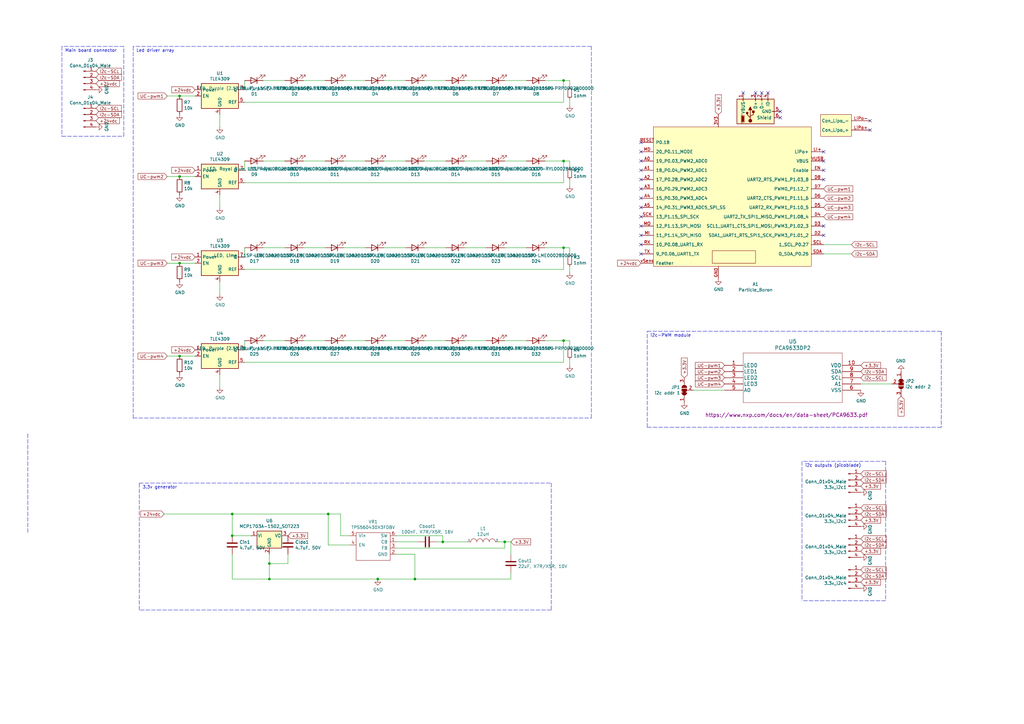
<source format=kicad_sch>
(kicad_sch (version 20231120) (generator "eeschema") (generator_version "8.0")
  (paper "A3")
  (title_block (title "Horticulture LED") (date "2021-06-15") (rev "3.4.0") (company "Horticulture project"))
  (lib_symbols
    (symbol "Connector:Conn_01x04_Male" (pin_names (offset 1.016) hide)
      (property "Reference" "J" (at 0 5.08 0))
      (property "Value" "Conn_01x04_Male" (at 0 -7.62 0))
      (symbol "Conn_01x04_Male_1_1"
        (pin passive line (at 5.08 2.54 180) (length 3.81) (name "Pin_1") (number "1"))
        (pin passive line (at 5.08 0 180) (length 3.81) (name "Pin_2") (number "2"))
        (pin passive line (at 5.08 -2.54 180) (length 3.81) (name "Pin_3") (number "3"))
        (pin passive line (at 5.08 -5.08 180) (length 3.81) (name "Pin_4") (number "4"))
      )
    )
    (symbol "Device:C" (pin_numbers hide) (pin_names (offset 0.254))
      (property "Reference" "C" (at 0.635 2.54 0))
      (property "Value" "C" (at 0.635 -2.54 0))
      (symbol "C_1_1"
        (pin passive line (at 0 3.81 270) (length 2.794) (name "~") (number "1"))
        (pin passive line (at 0 -3.81 90) (length 2.794) (name "~") (number "2"))
      )
    )
    (symbol "Device:R" (pin_numbers hide) (pin_names (offset 0))
      (property "Reference" "R" (at 2.032 0 90))
      (property "Value" "R" (at 0 0 90))
      (symbol "R_1_1"
        (pin passive line (at 0 3.81 270) (length 1.27) (name "~") (number "1"))
        (pin passive line (at 0 -3.81 90) (length 1.27) (name "~") (number "2"))
      )
    )
    (symbol "Horticulture-rescue:GND-power-test-rescue" (power) (pin_names (offset 0))
      (property "Value" "GND-power-test-rescue" (at 0 -3.81 0))
      (symbol "GND-power-test-rescue_1_1"
        (pin power_in line (at 0 0 270) (length 0) hide (name "GND") (number "1"))
      )
    )
    (symbol "Horticulture-rescue:LED-Device-test-rescue" (pin_numbers hide) (pin_names (offset 1.016) hide)
      (property "Reference" "D" (at 0 2.54 0))
      (property "Value" "LED-Device-test-rescue" (at 0 -2.54 0))
      (symbol "LED-Device-test-rescue_1_1"
        (pin passive line (at -3.81 0 0) (length 2.54) (name "K") (number "1"))
        (pin passive line (at 3.81 0 180) (length 2.54) (name "A") (number "2"))
      )
    )
    (symbol "Horticulture-rescue:R_Small-Device-test-rescue" (pin_numbers hide) (pin_names (offset 0.254) hide)
      (property "Reference" "R" (at 0.762 0.508 0))
      (property "Value" "R_Small-Device-test-rescue" (at 0.762 -1.016 0))
      (symbol "R_Small-Device-test-rescue_1_1"
        (pin passive line (at 0 2.54 270) (length 0.762) (name "~") (number "1"))
        (pin passive line (at 0 -2.54 90) (length 0.762) (name "~") (number "2"))
      )
    )
    (symbol "Horticulture-rescue:TLE4309-Driver_LED-test-rescue"
      (property "Reference" "U" (at -7.62 6.35 0))
      (property "Value" "TLE4309-Driver_LED-test-rescue" (at 7.62 6.35 0))
      (symbol "TLE4309-Driver_LED-test-rescue_1_0"
        (pin power_in line (at -10.16 2.54 0) (length 2.54) (name "Power") (number "1"))
        (pin input line (at -10.16 0 0) (length 2.54) (name "EN") (number "2"))
        (pin power_in line (at 0 -7.62 90) (length 2.54) (name "GND") (number "4"))
        (pin input line (at 10.16 -2.54 180) (length 2.54) (name "REF") (number "5"))
        (pin power_out line (at 10.16 2.54 180) (length 2.54) (name "Q") (number "7"))
      )
    )
    (symbol "Horticulture-rescue:TPS560430X3FDBV-Regulator_Switching" (pin_names (offset 1.016))
      (property "Reference" "VR" (at 0 0 0))
      (property "Value" "TPS560430X3FDBV-Regulator_Switching" (at 0 2.54 0))
      (symbol "TPS560430X3FDBV-Regulator_Switching_1_1"
        (pin input line (at 8.89 -5.08 180) (length 2.54) (name "CB") (number "1"))
        (pin input line (at 8.89 -10.16 180) (length 2.54) (name "GND") (number "2"))
        (pin input line (at 8.89 -7.62 180) (length 2.54) (name "FB") (number "3"))
        (pin input line (at -10.16 -6.35 0) (length 2.54) (name "EN") (number "4"))
        (pin input line (at -10.16 -2.54 0) (length 2.54) (name "Vin") (number "5"))
        (pin input line (at 8.89 -2.54 180) (length 2.54) (name "SW") (number "6"))
      )
    )
    (symbol "Horticulture-rescue:nrf-led-feather-rescue_PCA9633DP2-i2c-led-feather-cache" (pin_names (offset 0.254))
      (property "Reference" "U" (at 27.94 10.16 0))
      (property "Value" "nrf-led-feather-rescue_PCA9633DP2-i2c-led-feather-cache" (at 27.94 7.62 0))
      (symbol "nrf-led-feather-rescue_PCA9633DP2-i2c-led-feather-cache_1_1"
        (pin unspecified line (at 0 0 0) (length 7.62) (name "LED0") (number "1"))
        (pin unspecified line (at 55.88 0 180) (length 7.62) (name "VDD") (number "10"))
        (pin unspecified line (at 0 -2.54 0) (length 7.62) (name "LED1") (number "2"))
        (pin unspecified line (at 0 -5.08 0) (length 7.62) (name "LED2") (number "3"))
        (pin unspecified line (at 0 -7.62 0) (length 7.62) (name "LED3") (number "4"))
        (pin unspecified line (at 0 -10.16 0) (length 7.62) (name "A0") (number "5"))
        (pin unspecified line (at 55.88 -10.16 180) (length 7.62) (name "VSS") (number "6"))
        (pin unspecified line (at 55.88 -7.62 180) (length 7.62) (name "A1") (number "7"))
        (pin unspecified line (at 55.88 -5.08 180) (length 7.62) (name "SCL") (number "8"))
        (pin unspecified line (at 55.88 -2.54 180) (length 7.62) (name "SDA") (number "9"))
      )
    )
    (symbol "Jumper:SolderJumper_3_Bridged12" (pin_names (offset 0) hide)
      (property "Reference" "JP" (at -2.54 -2.54 0))
      (property "Value" "SolderJumper_3_Bridged12" (at 0 2.794 0))
      (symbol "SolderJumper_3_Bridged12_1_1"
        (pin passive line (at -5.08 0 0) (length 2.54) (name "A") (number "1"))
        (pin passive line (at 0 -3.81 90) (length 2.54) (name "C") (number "2"))
        (pin passive line (at 5.08 0 180) (length 2.54) (name "B") (number "3"))
      )
    )
    (symbol "Regulator_Linear:MCP1703A-1502_SOT223" (pin_names (offset 0.254))
      (property "Reference" "U" (at -3.81 3.175 0))
      (property "Value" "MCP1703A-1502_SOT223" (at 0 3.175 0))
      (symbol "MCP1703A-1502_SOT223_1_1"
        (pin power_in line (at -7.62 0 0) (length 2.54) (name "VI") (number "1"))
        (pin power_in line (at 0 -7.62 90) (length 2.54) (name "GND") (number "2"))
        (pin power_out line (at 7.62 0 180) (length 2.54) (name "VO") (number "3"))
      )
    )
    (symbol "particle:Particle_Boron" (pin_names (offset 1.016))
      (property "Reference" "A" (at -21.59 29.21 0))
      (property "Value" "Particle_Boron" (at 1.27 -27.94 0))
      (symbol "Particle_Boron_1_1"
        (pin power_out line (at 5.08 39.37 270) (length 2.54) (name "VBUS") (number "1"))
        (pin passive line (at 12.7 39.37 270) (length 2.54) (name "D-") (number "2"))
        (pin passive line (at 10.16 39.37 270) (length 2.54) (name "D+") (number "3"))
        (pin power_in line (at -5.08 30.48 270) (length 5.08) (name "~") (number "3V3"))
        (pin passive line (at 15.24 39.37 270) (length 2.54) (name "ID") (number "4"))
        (pin power_out line (at 20.32 31.75 180) (length 2.54) (name "GND") (number "5"))
        (pin passive line (at 20.32 29.21 180) (length 2.54) (name "Shield") (number "6"))
        (pin bidirectional line (at -36.83 11.43 0) (length 5.08) (name "19_P0.03_PWM2_ADC0") (number "A0"))
        (pin bidirectional line (at -36.83 7.62 0) (length 5.08) (name "18_P0.04_PWM2_ADC1") (number "A1"))
        (pin bidirectional line (at -36.83 3.81 0) (length 5.08) (name "17_P0.28_PWM2_ADC2") (number "A2"))
        (pin bidirectional line (at -36.83 0 0) (length 5.08) (name "16_P0.29_PWM2_ADC3") (number "A3"))
        (pin bidirectional line (at -36.83 -3.81 0) (length 5.08) (name "15_P0.30_PWM3_ADC4") (number "A4"))
        (pin bidirectional line (at -36.83 -7.62 0) (length 5.08) (name "14_P0.31_PWM3_ADC5_SPI_SS") (number "A5"))
        (pin bidirectional line (at 38.1 -19.05 180) (length 5.08) (name "SDA1_UART1_RTS_SPI1_SCK_PWM3_P1.01_2") (number "D2"))
        (pin bidirectional line (at 38.1 -15.24 180) (length 5.08) (name "SCL1_UART1_CTS_SPI1_MOSI_PWM3_P1.02_3") (number "D3"))
        (pin bidirectional line (at 38.1 -11.43 180) (length 5.08) (name "UART2_TX_SPI1_MISO_PWM1_P1.08_4") (number "D4"))
        (pin bidirectional line (at 38.1 -7.62 180) (length 5.08) (name "UART2_RX_PWM1_P1.10_5") (number "D5"))
        (pin bidirectional line (at 38.1 -3.81 180) (length 5.08) (name "UART2_CTS_PWM1_P1.11_6") (number "D6"))
        (pin bidirectional line (at 38.1 0 180) (length 5.08) (name "PWM0_P1.12_7") (number "D7"))
        (pin bidirectional line (at 38.1 3.81 180) (length 5.08) (name "UART2_RTS_PWM1_P1.03_8") (number "D8"))
        (pin passive line (at 38.1 7.62 180) (length 5.08) (name "Enable") (number "EN"))
        (pin power_in line (at -5.08 -36.83 90) (length 5.08) (name "~") (number "GND"))
        (pin power_in line (at 38.1 15.24 180) (length 5.08) (name "LiPo+") (number "LI+"))
        (pin passive line (at 57.15 24.13 180) (length 7.62) (name "Con_Lipo_+") (number "LiPo+"))
        (pin passive line (at 57.15 27.94 180) (length 7.62) (name "Con_Lipo_-") (number "LiPo-"))
        (pin passive line (at -36.83 15.24 0) (length 5.08) (name "20_P0.11_MODE") (number "MD"))
        (pin bidirectional line (at -36.83 -19.05 0) (length 5.08) (name "11_P1.14_SPI_MISO") (number "MI"))
        (pin bidirectional line (at -36.83 -15.24 0) (length 5.08) (name "12_P1.13_SPI_MOSI") (number "MO"))
        (pin passive line (at -36.83 19.05 0) (length 5.08) (name "P0.18") (number "RESET"))
        (pin input line (at -36.83 -22.86 0) (length 5.08) (name "10_P0.08_UART1_RX") (number "RX"))
        (pin bidirectional line (at -36.83 -11.43 0) (length 5.08) (name "13_P1.15_SPI_SCK") (number "SCK"))
        (pin bidirectional line (at 38.1 -22.86 180) (length 5.08) (name "1_SCL_P0.27") (number "SCL"))
        (pin bidirectional line (at 38.1 -26.67 180) (length 5.08) (name "0_SDA_P0.26") (number "SDA"))
        (pin output line (at -36.83 -26.67 0) (length 5.08) (name "9_P0.06_UART1_TX") (number "TX"))
        (pin power_in line (at 38.1 11.43 180) (length 5.08) (name "VBUS") (number "VUSB"))
        (pin input line (at -36.83 -30.48 0) (length 5.08) (name "Feather") (number "vSens"))
      )
    )
    (symbol "power:GND" (power) (pin_names (offset 0))
      (property "Value" "GND" (at 0 -3.81 0))
      (symbol "GND_1_1"
        (pin power_in line (at 0 0 270) (length 0) hide (name "GND") (number "1"))
      )
    )
    (symbol "pspice:INDUCTOR" (pin_numbers hide) (pin_names (offset 0))
      (property "Reference" "L" (at 0 2.54 0))
      (property "Value" "INDUCTOR" (at 0 -1.27 0))
      (symbol "INDUCTOR_1_1"
        (pin input line (at -6.35 0 0) (length 1.27) (name "1") (number "1"))
        (pin input line (at 6.35 0 180) (length 1.27) (name "2") (number "2"))
      )
    )
  )
  (junction (at 170.18 237.49))
  (junction (at 231.14 33.02))
  (junction (at 73.66 39.37))
  (junction (at 231.14 66.04))
  (junction (at 73.66 146.05))
  (junction (at 231.14 139.7))
  (junction (at 95.25 219.71))
  (junction (at 73.66 107.95))
  (junction (at 95.25 210.82))
  (junction (at 207.01 222.25))
  (junction (at 231.14 101.6))
  (junction (at 134.62 210.82))
  (junction (at 73.66 72.39))
  (junction (at 110.49 237.49))
  (junction (at 181.61 222.25))
  (junction (at 110.49 231.14))
  (junction (at 154.94 237.49))
  (no_connect (at 312.42 38.1))
  (no_connect (at 262.89 66.04))
  (no_connect (at 262.89 73.66))
  (no_connect (at 262.89 92.71))
  (no_connect (at 337.82 69.85))
  (no_connect (at 320.04 48.26))
  (no_connect (at 337.82 66.04))
  (no_connect (at 337.82 92.71))
  (no_connect (at 320.04 45.72))
  (no_connect (at 262.89 85.09))
  (no_connect (at 262.89 88.9))
  (no_connect (at 337.82 62.23))
  (no_connect (at 262.89 100.33))
  (no_connect (at 309.88 38.1))
  (no_connect (at 262.89 62.23))
  (no_connect (at 262.89 96.52))
  (no_connect (at 356.87 53.34))
  (no_connect (at 304.8 38.1))
  (no_connect (at 337.82 73.66))
  (no_connect (at 262.89 104.14))
  (no_connect (at 314.96 38.1))
  (no_connect (at 356.87 49.53))
  (no_connect (at 337.82 96.52))
  (no_connect (at 262.89 77.47))
  (no_connect (at 262.89 69.85))
  (no_connect (at 262.89 58.42))
  (no_connect (at 262.89 81.28))
  (wire (pts (xy 100.33 143.51) (xy 100.33 139.7)))
  (polyline (pts (xy 363.22 246.38) (xy 328.93 246.38)) (stroke (width 0) (type dash)))
  (wire (pts (xy 231.14 33.02) (xy 233.68 33.02)))
  (wire (pts (xy 231.14 66.04) (xy 233.68 66.04)))
  (polyline (pts (xy 50.8 19.05) (xy 25.4 19.05)) (stroke (width 0) (type dash)))
  (wire (pts (xy 139.7 219.71) (xy 139.7 210.82)))
  (wire (pts (xy 170.18 237.49) (xy 209.55 237.49)))
  (wire (pts (xy 73.66 107.95) (xy 68.58 107.95)))
  (wire (pts (xy 102.87 219.71) (xy 95.25 219.71)))
  (wire (pts (xy 100.33 110.49) (xy 231.14 110.49)))
  (wire (pts (xy 100.33 69.85) (xy 100.33 66.04)))
  (wire (pts (xy 95.25 210.82) (xy 134.62 210.82)))
  (wire (pts (xy 233.68 109.22) (xy 233.68 111.76)))
  (polyline (pts (xy 11.43 218.44) (xy 11.43 177.8)) (stroke (width 0) (type dash)))
  (wire (pts (xy 73.66 39.37) (xy 68.58 39.37)))
  (wire (pts (xy 231.14 110.49) (xy 231.14 101.6)))
  (wire (pts (xy 231.14 74.93) (xy 231.14 66.04)))
  (wire (pts (xy 190.5 66.04) (xy 199.39 66.04)))
  (wire (pts (xy 100.33 148.59) (xy 231.14 148.59)))
  (wire (pts (xy 90.17 115.57) (xy 90.17 120.65)))
  (wire (pts (xy 337.82 104.14) (xy 349.25 104.14)))
  (polyline (pts (xy 242.57 19.05) (xy 54.61 19.05)) (stroke (width 0) (type dash)))
  (wire (pts (xy 233.68 101.6) (xy 233.68 104.14)))
  (wire (pts (xy 179.07 222.25) (xy 181.61 222.25)))
  (polyline (pts (xy 386.08 175.26) (xy 265.43 175.26)) (stroke (width 0) (type dash)))
  (wire (pts (xy 190.5 33.02) (xy 199.39 33.02)))
  (polyline (pts (xy 25.4 55.88) (xy 50.8 55.88)) (stroke (width 0) (type dash)))
  (wire (pts (xy 233.68 139.7) (xy 233.68 142.24)))
  (wire (pts (xy 133.35 101.6) (xy 124.46 101.6)))
  (wire (pts (xy 80.01 72.39) (xy 73.66 72.39)))
  (wire (pts (xy 118.11 231.14) (xy 110.49 231.14)))
  (wire (pts (xy 162.56 227.33) (xy 170.18 227.33)))
  (wire (pts (xy 181.61 219.71) (xy 181.61 222.25)))
  (wire (pts (xy 223.52 33.02) (xy 231.14 33.02)))
  (wire (pts (xy 233.68 73.66) (xy 233.68 76.2)))
  (wire (pts (xy 162.56 222.25) (xy 171.45 222.25)))
  (wire (pts (xy 67.31 210.82) (xy 95.25 210.82)))
  (wire (pts (xy 118.11 227.33) (xy 118.11 231.14)))
  (wire (pts (xy 149.86 101.6) (xy 140.97 101.6)))
  (wire (pts (xy 207.01 139.7) (xy 215.9 139.7)))
  (polyline (pts (xy 265.43 175.26) (xy 265.43 135.89)) (stroke (width 0) (type dash)))
  (polyline (pts (xy 54.61 171.45) (xy 242.57 171.45)) (stroke (width 0) (type dash)))
  (wire (pts (xy 80.01 146.05) (xy 73.66 146.05)))
  (polyline (pts (xy 242.57 171.45) (xy 242.57 19.05)) (stroke (width 0) (type dash)))
  (wire (pts (xy 140.97 33.02) (xy 149.86 33.02)))
  (wire (pts (xy 207.01 66.04) (xy 215.9 66.04)))
  (polyline (pts (xy 363.22 189.23) (xy 363.22 246.38)) (stroke (width 0) (type dash)))
  (wire (pts (xy 90.17 46.99) (xy 90.17 52.07)))
  (polyline (pts (xy 57.15 250.19) (xy 57.15 198.12)) (stroke (width 0) (type dash)))
  (wire (pts (xy 337.82 100.33) (xy 349.25 100.33)))
  (wire (pts (xy 95.25 210.82) (xy 95.25 219.71)))
  (wire (pts (xy 124.46 33.02) (xy 133.35 33.02)))
  (wire (pts (xy 143.51 219.71) (xy 139.7 219.71)))
  (wire (pts (xy 157.48 139.7) (xy 166.37 139.7)))
  (wire (pts (xy 154.94 237.49) (xy 170.18 237.49)))
  (wire (pts (xy 157.48 33.02) (xy 166.37 33.02)))
  (wire (pts (xy 233.68 40.64) (xy 233.68 43.18)))
  (polyline (pts (xy 265.43 135.89) (xy 386.08 135.89)) (stroke (width 0) (type dash)))
  (wire (pts (xy 233.68 33.02) (xy 233.68 35.56)))
  (wire (pts (xy 365.76 157.48) (xy 353.06 157.48)))
  (polyline (pts (xy 328.93 189.23) (xy 328.93 246.38)) (stroke (width 0) (type dash)))
  (wire (pts (xy 100.33 105.41) (xy 100.33 101.6)))
  (wire (pts (xy 100.33 41.91) (xy 231.14 41.91)))
  (wire (pts (xy 157.48 66.04) (xy 166.37 66.04)))
  (wire (pts (xy 162.56 224.79) (xy 207.01 224.79)))
  (wire (pts (xy 100.33 36.83) (xy 100.33 33.02)))
  (wire (pts (xy 73.66 72.39) (xy 68.58 72.39)))
  (wire (pts (xy 107.95 139.7) (xy 116.84 139.7)))
  (wire (pts (xy 124.46 139.7) (xy 133.35 139.7)))
  (wire (pts (xy 223.52 66.04) (xy 231.14 66.04)))
  (polyline (pts (xy 226.06 198.12) (xy 226.06 250.19)) (stroke (width 0) (type dash)))
  (wire (pts (xy 231.14 101.6) (xy 233.68 101.6)))
  (wire (pts (xy 284.48 160.02) (xy 297.18 160.02)))
  (wire (pts (xy 110.49 231.14) (xy 110.49 237.49)))
  (wire (pts (xy 181.61 222.25) (xy 191.77 222.25)))
  (polyline (pts (xy 25.4 19.05) (xy 25.4 55.88)) (stroke (width 0) (type dash)))
  (wire (pts (xy 223.52 139.7) (xy 231.14 139.7)))
  (wire (pts (xy 209.55 237.49) (xy 209.55 234.95)))
  (polyline (pts (xy 363.22 189.23) (xy 328.93 189.23)) (stroke (width 0) (type dash)))
  (wire (pts (xy 173.99 139.7) (xy 182.88 139.7)))
  (wire (pts (xy 162.56 219.71) (xy 181.61 219.71)))
  (wire (pts (xy 110.49 227.33) (xy 110.49 231.14)))
  (wire (pts (xy 95.25 237.49) (xy 110.49 237.49)))
  (wire (pts (xy 223.52 101.6) (xy 231.14 101.6)))
  (polyline (pts (xy 386.08 135.89) (xy 386.08 175.26)) (stroke (width 0) (type dash)))
  (wire (pts (xy 209.55 222.25) (xy 209.55 227.33)))
  (wire (pts (xy 107.95 33.02) (xy 116.84 33.02)))
  (wire (pts (xy 204.47 222.25) (xy 207.01 222.25)))
  (wire (pts (xy 100.33 74.93) (xy 231.14 74.93)))
  (wire (pts (xy 231.14 41.91) (xy 231.14 33.02)))
  (wire (pts (xy 207.01 33.02) (xy 215.9 33.02)))
  (wire (pts (xy 107.95 66.04) (xy 116.84 66.04)))
  (wire (pts (xy 231.14 139.7) (xy 233.68 139.7)))
  (wire (pts (xy 190.5 139.7) (xy 199.39 139.7)))
  (polyline (pts (xy 226.06 250.19) (xy 57.15 250.19)) (stroke (width 0) (type dash)))
  (wire (pts (xy 207.01 222.25) (xy 209.55 222.25)))
  (wire (pts (xy 134.62 223.52) (xy 143.51 223.52)))
  (wire (pts (xy 182.88 101.6) (xy 173.99 101.6)))
  (wire (pts (xy 233.68 66.04) (xy 233.68 68.58)))
  (wire (pts (xy 90.17 153.67) (xy 90.17 158.75)))
  (wire (pts (xy 124.46 66.04) (xy 133.35 66.04)))
  (wire (pts (xy 170.18 227.33) (xy 170.18 237.49)))
  (wire (pts (xy 134.62 210.82) (xy 134.62 223.52)))
  (wire (pts (xy 140.97 139.7) (xy 149.86 139.7)))
  (polyline (pts (xy 54.61 19.05) (xy 54.61 171.45)) (stroke (width 0) (type dash)))
  (wire (pts (xy 207.01 224.79) (xy 207.01 222.25)))
  (wire (pts (xy 90.17 80.01) (xy 90.17 85.09)))
  (wire (pts (xy 73.66 146.05) (xy 68.58 146.05)))
  (wire (pts (xy 173.99 66.04) (xy 182.88 66.04)))
  (wire (pts (xy 80.01 39.37) (xy 73.66 39.37)))
  (wire (pts (xy 215.9 101.6) (xy 207.01 101.6)))
  (wire (pts (xy 166.37 101.6) (xy 157.48 101.6)))
  (wire (pts (xy 173.99 33.02) (xy 182.88 33.02)))
  (polyline (pts (xy 57.15 198.12) (xy 226.06 198.12)) (stroke (width 0) (type dash)))
  (wire (pts (xy 233.68 147.32) (xy 233.68 149.86)))
  (wire (pts (xy 231.14 148.59) (xy 231.14 139.7)))
  (polyline (pts (xy 50.8 55.88) (xy 50.8 19.05)) (stroke (width 0) (type dash)))
  (wire (pts (xy 110.49 237.49) (xy 154.94 237.49)))
  (wire (pts (xy 139.7 210.82) (xy 134.62 210.82)))
  (wire (pts (xy 80.01 107.95) (xy 73.66 107.95)))
  (wire (pts (xy 199.39 101.6) (xy 190.5 101.6)))
  (wire (pts (xy 95.25 237.49) (xy 95.25 227.33)))
  (wire (pts (xy 116.84 101.6) (xy 107.95 101.6)))
  (wire (pts (xy 140.97 66.04) (xy 149.86 66.04)))
  (text "i2c-PWM module" (at 266.7 138.43 0) (effects (font (size 1.27 1.27)) (justify left bottom)))
  (text "Main board connector" (at 26.67 21.59 0) (effects (font (size 1.27 1.27)) (justify left bottom)))
  (text "i2c outputs (picoblade)" (at 330.2 191.77 0) (effects (font (size 1.27 1.27)) (justify left bottom)))
  (text "3.3v generator" (at 58.42 200.66 0) (effects (font (size 1.27 1.27)) (justify left bottom)))
  (text "Led driver array" (at 55.88 21.59 0) (effects (font (size 1.27 1.27)) (justify left bottom)))
  (global_label "I2c-SDA" (shape input) (at 353.06 210.82 0) (property "Intersheetrefs" "${INTERSHEET_REFS}" (effects (hide yes))))
  (global_label "UC-pwm4" (shape input) (at 68.58 146.05 180) (property "Intersheetrefs" "${INTERSHEET_REFS}" (effects (hide yes))))
  (global_label "I2c-SCL" (shape input) (at 353.06 220.98 0) (property "Intersheetrefs" "${INTERSHEET_REFS}" (effects (hide yes))))
  (global_label "UC-pwm3" (shape input) (at 68.58 107.95 180) (property "Intersheetrefs" "${INTERSHEET_REFS}" (effects (hide yes))))
  (global_label "+24vdc" (shape input) (at 80.01 36.83 180) (property "Intersheetrefs" "${INTERSHEET_REFS}" (effects (hide yes))))
  (global_label "I2c-SDA" (shape input) (at 353.06 236.22 0) (property "Intersheetrefs" "${INTERSHEET_REFS}" (effects (hide yes))))
  (global_label "I2c-SDA" (shape input) (at 349.25 104.14 0) (property "Intersheetrefs" "${INTERSHEET_REFS}" (effects (hide yes))))
  (global_label "+24vdc" (shape input) (at 80.01 69.85 180) (property "Intersheetrefs" "${INTERSHEET_REFS}" (effects (hide yes))))
  (global_label "UC-pwm3" (shape input) (at 297.18 154.94 180) (property "Intersheetrefs" "${INTERSHEET_REFS}" (effects (hide yes))))
  (global_label "+24vdc" (shape input) (at 39.37 49.53 0) (property "Intersheetrefs" "${INTERSHEET_REFS}" (effects (hide yes))))
  (global_label "+24vdc" (shape input) (at 67.31 210.82 180) (property "Intersheetrefs" "${INTERSHEET_REFS}" (effects (hide yes))))
  (global_label "I2c-SCL" (shape input) (at 39.37 44.45 0) (property "Intersheetrefs" "${INTERSHEET_REFS}" (effects (hide yes))))
  (global_label "UC-pwm1" (shape input) (at 68.58 39.37 180) (property "Intersheetrefs" "${INTERSHEET_REFS}" (effects (hide yes))))
  (global_label "+3.3V" (shape input) (at 369.57 162.56 270) (property "Intersheetrefs" "${INTERSHEET_REFS}" (effects (hide yes))))
  (global_label "UC-pwm4" (shape input) (at 337.82 88.9 0) (property "Intersheetrefs" "${INTERSHEET_REFS}" (effects (hide yes))))
  (global_label "+3.3V" (shape input) (at 353.06 199.39 0) (property "Intersheetrefs" "${INTERSHEET_REFS}" (effects (hide yes))))
  (global_label "I2c-SDA" (shape input) (at 353.06 196.85 0) (property "Intersheetrefs" "${INTERSHEET_REFS}" (effects (hide yes))))
  (global_label "UC-pwm1" (shape input) (at 337.82 77.47 0) (property "Intersheetrefs" "${INTERSHEET_REFS}" (effects (hide yes))))
  (global_label "+24vdc" (shape input) (at 262.89 107.95 180) (property "Intersheetrefs" "${INTERSHEET_REFS}" (effects (hide yes))))
  (global_label "I2c-SDA" (shape input) (at 353.06 152.4 0) (property "Intersheetrefs" "${INTERSHEET_REFS}" (effects (hide yes))))
  (global_label "+3.3V" (shape input) (at 353.06 238.76 0) (property "Intersheetrefs" "${INTERSHEET_REFS}" (effects (hide yes))))
  (global_label "+3.3V" (shape input) (at 353.06 149.86 0) (property "Intersheetrefs" "${INTERSHEET_REFS}" (effects (hide yes))))
  (global_label "I2c-SCL" (shape input) (at 353.06 154.94 0) (property "Intersheetrefs" "${INTERSHEET_REFS}" (effects (hide yes))))
  (global_label "+3.3V" (shape input) (at 209.55 222.25 0) (property "Intersheetrefs" "${INTERSHEET_REFS}" (effects (hide yes))))
  (global_label "I2c-SCL" (shape input) (at 353.06 194.31 0) (property "Intersheetrefs" "${INTERSHEET_REFS}" (effects (hide yes))))
  (global_label "UC-pwm2" (shape input) (at 337.82 81.28 0) (property "Intersheetrefs" "${INTERSHEET_REFS}" (effects (hide yes))))
  (global_label "I2c-SDA" (shape input) (at 353.06 223.52 0) (property "Intersheetrefs" "${INTERSHEET_REFS}" (effects (hide yes))))
  (global_label "I2c-SCL" (shape input) (at 39.37 29.21 0) (property "Intersheetrefs" "${INTERSHEET_REFS}" (effects (hide yes))))
  (global_label "I2c-SCL" (shape input) (at 353.06 233.68 0) (property "Intersheetrefs" "${INTERSHEET_REFS}" (effects (hide yes))))
  (global_label "+3.3V" (shape input) (at 280.67 154.94 90) (property "Intersheetrefs" "${INTERSHEET_REFS}" (effects (hide yes))))
  (global_label "I2c-SDA" (shape input) (at 39.37 31.75 0) (property "Intersheetrefs" "${INTERSHEET_REFS}" (effects (hide yes))))
  (global_label "+3.3V" (shape input) (at 353.06 213.36 0) (property "Intersheetrefs" "${INTERSHEET_REFS}" (effects (hide yes))))
  (global_label "I2c-SCL" (shape input) (at 353.06 208.28 0) (property "Intersheetrefs" "${INTERSHEET_REFS}" (effects (hide yes))))
  (global_label "UC-pwm1" (shape input) (at 297.18 149.86 180) (property "Intersheetrefs" "${INTERSHEET_REFS}" (effects (hide yes))))
  (global_label "+3.3V" (shape input) (at 294.64 46.99 90) (property "Intersheetrefs" "${INTERSHEET_REFS}" (effects (hide yes))))
  (global_label "+3.3V" (shape input) (at 118.11 219.71 0) (property "Intersheetrefs" "${INTERSHEET_REFS}" (effects (hide yes))))
  (global_label "+3.3V" (shape input) (at 353.06 226.06 0) (property "Intersheetrefs" "${INTERSHEET_REFS}" (effects (hide yes))))
  (global_label "UC-pwm3" (shape input) (at 337.82 85.09 0) (property "Intersheetrefs" "${INTERSHEET_REFS}" (effects (hide yes))))
  (global_label "+24vdc" (shape input) (at 80.01 105.41 180) (property "Intersheetrefs" "${INTERSHEET_REFS}" (effects (hide yes))))
  (global_label "+24vdc" (shape input) (at 80.01 143.51 180) (property "Intersheetrefs" "${INTERSHEET_REFS}" (effects (hide yes))))
  (global_label "I2c-SDA" (shape input) (at 39.37 46.99 0) (property "Intersheetrefs" "${INTERSHEET_REFS}" (effects (hide yes))))
  (global_label "UC-pwm2" (shape input) (at 68.58 72.39 180) (property "Intersheetrefs" "${INTERSHEET_REFS}" (effects (hide yes))))
  (global_label "UC-pwm2" (shape input) (at 297.18 152.4 180) (property "Intersheetrefs" "${INTERSHEET_REFS}" (effects (hide yes))))
  (global_label "+24vdc" (shape input) (at 39.37 34.29 0) (property "Intersheetrefs" "${INTERSHEET_REFS}" (effects (hide yes))))
  (global_label "I2c-SCL" (shape input) (at 349.25 100.33 0) (property "Intersheetrefs" "${INTERSHEET_REFS}" (effects (hide yes))))
  (global_label "UC-pwm4" (shape input) (at 297.18 157.48 180) (property "Intersheetrefs" "${INTERSHEET_REFS}" (effects (hide yes))))
  (symbol (lib_id "Horticulture-rescue:GND-power-test-rescue") (at 233.68 149.86 0) (unit 1)
    (property "Reference" "#PWR0102" (effects (hide yes)))
    (property "Value" "GND" (at 233.807 154.2542 0))
  )
  (symbol (lib_id "Horticulture-rescue:LED-Device-test-rescue") (at 153.67 66.04 180) (unit 1)
    (property "Reference" "D12" (at 153.8478 71.5518 0))
    (property "Value" "LED, Royal Blue, L1SP-RYL0002800000" (at 153.8478 69.2404 0))
    (property "Footprint" "LED_SMD:Sunplus-2835" (effects (hide yes)))
    (property "Datasheet" "https://lumileds.com/wp-content/uploads/files/DS237-luxeon-sunplus-2835-line-datasheet.pdf" (effects (hide yes)))
  )
  (symbol (lib_id "Horticulture-rescue:LED-Device-test-rescue") (at 137.16 66.04 180) (unit 1)
    (property "Reference" "D11" (at 137.3378 71.5518 0))
    (property "Value" "LED, Royal Blue, L1SP-RYL0002800000" (at 137.3378 69.2404 0))
    (property "Footprint" "LED_SMD:Sunplus-2835" (effects (hide yes)))
    (property "Datasheet" "https://lumileds.com/wp-content/uploads/files/DS237-luxeon-sunplus-2835-line-datasheet.pdf" (effects (hide yes)))
  )
  (symbol (lib_id "Horticulture-rescue:LED-Device-test-rescue") (at 120.65 66.04 180) (unit 1)
    (property "Reference" "D10" (at 120.8278 71.5518 0))
    (property "Value" "LED, Royal Blue, L1SP-RYL0002800000" (at 120.8278 69.2404 0))
    (property "Footprint" "LED_SMD:Sunplus-2835" (effects (hide yes)))
    (property "Datasheet" "https://lumileds.com/wp-content/uploads/files/DS237-luxeon-sunplus-2835-line-datasheet.pdf" (effects (hide yes)))
  )
  (symbol (lib_id "Horticulture-rescue:LED-Device-test-rescue") (at 104.14 66.04 180) (unit 1)
    (property "Reference" "D9" (at 104.3178 71.5518 0))
    (property "Value" "LED, Royal Blue, L1SP-RYL0002800000" (at 104.3178 69.2404 0))
    (property "Footprint" "LED_SMD:Sunplus-2835" (effects (hide yes)))
    (property "Datasheet" "https://lumileds.com/wp-content/uploads/files/DS237-luxeon-sunplus-2835-line-datasheet.pdf" (effects (hide yes)))
  )
  (symbol (lib_id "Horticulture-rescue:LED-Device-test-rescue") (at 219.71 33.02 180) (unit 1)
    (property "Reference" "D8" (at 219.8878 38.5318 0))
    (property "Value" "LED, Purple (2.5% Blue), L1SP-PRP0002800000" (at 219.8878 36.2204 0))
    (property "Footprint" "LED_SMD:Sunplus-2835" (effects (hide yes)))
    (property "Datasheet" "https://lumileds.com/wp-content/uploads/files/DS237-luxeon-sunplus-2835-line-datasheet.pdf" (effects (hide yes)))
  )
  (symbol (lib_id "Horticulture-rescue:LED-Device-test-rescue") (at 203.2 33.02 180) (unit 1)
    (property "Reference" "D7" (at 203.3778 38.5318 0))
    (property "Value" "LED, Purple (2.5% Blue), L1SP-PRP0002800000" (at 203.3778 36.2204 0))
    (property "Footprint" "LED_SMD:Sunplus-2835" (effects (hide yes)))
    (property "Datasheet" "https://lumileds.com/wp-content/uploads/files/DS237-luxeon-sunplus-2835-line-datasheet.pdf" (effects (hide yes)))
  )
  (symbol (lib_id "Horticulture-rescue:LED-Device-test-rescue") (at 120.65 101.6 180) (unit 1)
    (property "Reference" "D18" (at 120.8278 107.1118 0))
    (property "Value" "LED, Lime, L1SP-LME0002800000" (at 120.8278 104.8004 0))
    (property "Footprint" "LED_SMD:Sunplus-2835" (effects (hide yes)))
    (property "Datasheet" "https://lumileds.com/wp-content/uploads/files/DS237-luxeon-sunplus-2835-line-datasheet.pdf" (effects (hide yes)))
  )
  (symbol (lib_id "Horticulture-rescue:LED-Device-test-rescue") (at 104.14 101.6 180) (unit 1)
    (property "Reference" "D17" (at 104.3178 107.1118 0))
    (property "Value" "LED, Lime, L1SP-LME0002800000" (at 104.3178 104.8004 0))
    (property "Footprint" "LED_SMD:Sunplus-2835" (effects (hide yes)))
    (property "Datasheet" "https://lumileds.com/wp-content/uploads/files/DS237-luxeon-sunplus-2835-line-datasheet.pdf" (effects (hide yes)))
  )
  (symbol (lib_id "Horticulture-rescue:LED-Device-test-rescue") (at 219.71 66.04 180) (unit 1)
    (property "Reference" "D16" (at 219.8878 71.5518 0))
    (property "Value" "LED, Royal Blue, L1SP-RYL0002800000" (at 219.8878 69.2404 0))
    (property "Footprint" "LED_SMD:Sunplus-2835" (effects (hide yes)))
    (property "Datasheet" "https://lumileds.com/wp-content/uploads/files/DS237-luxeon-sunplus-2835-line-datasheet.pdf" (effects (hide yes)))
  )
  (symbol (lib_id "Horticulture-rescue:LED-Device-test-rescue") (at 203.2 66.04 180) (unit 1)
    (property "Reference" "D15" (at 203.3778 71.5518 0))
    (property "Value" "LED, Royal Blue, L1SP-RYL0002800000" (at 203.3778 69.2404 0))
    (property "Footprint" "LED_SMD:Sunplus-2835" (effects (hide yes)))
    (property "Datasheet" "https://lumileds.com/wp-content/uploads/files/DS237-luxeon-sunplus-2835-line-datasheet.pdf" (effects (hide yes)))
  )
  (symbol (lib_id "Horticulture-rescue:LED-Device-test-rescue") (at 186.69 66.04 180) (unit 1)
    (property "Reference" "D14" (at 186.8678 71.5518 0))
    (property "Value" "LED, Royal Blue, L1SP-RYL0002800000" (at 186.8678 69.2404 0))
    (property "Footprint" "LED_SMD:Sunplus-2835" (effects (hide yes)))
    (property "Datasheet" "https://lumileds.com/wp-content/uploads/files/DS237-luxeon-sunplus-2835-line-datasheet.pdf" (effects (hide yes)))
  )
  (symbol (lib_id "Horticulture-rescue:LED-Device-test-rescue") (at 170.18 66.04 180) (unit 1)
    (property "Reference" "D13" (at 170.3578 71.5518 0))
    (property "Value" "LED, Royal Blue, L1SP-RYL0002800000" (at 170.3578 69.2404 0))
    (property "Footprint" "LED_SMD:Sunplus-2835" (effects (hide yes)))
    (property "Datasheet" "https://lumileds.com/wp-content/uploads/files/DS237-luxeon-sunplus-2835-line-datasheet.pdf" (effects (hide yes)))
  )
  (symbol (lib_id "Horticulture-rescue:LED-Device-test-rescue") (at 219.71 101.6 180) (unit 1)
    (property "Reference" "D24" (at 219.8878 107.1118 0))
    (property "Value" "LED, Lime, L1SP-LME0002800000" (at 219.8878 104.8004 0))
    (property "Footprint" "LED_SMD:Sunplus-2835" (effects (hide yes)))
    (property "Datasheet" "https://lumileds.com/wp-content/uploads/files/DS237-luxeon-sunplus-2835-line-datasheet.pdf" (effects (hide yes)))
  )
  (symbol (lib_id "Horticulture-rescue:LED-Device-test-rescue") (at 203.2 101.6 180) (unit 1)
    (property "Reference" "D23" (at 203.3778 107.1118 0))
    (property "Value" "LED, Lime, L1SP-LME0002800000" (at 203.3778 104.8004 0))
    (property "Footprint" "LED_SMD:Sunplus-2835" (effects (hide yes)))
    (property "Datasheet" "https://lumileds.com/wp-content/uploads/files/DS237-luxeon-sunplus-2835-line-datasheet.pdf" (effects (hide yes)))
  )
  (symbol (lib_id "Horticulture-rescue:LED-Device-test-rescue") (at 186.69 101.6 180) (unit 1)
    (property "Reference" "D22" (at 186.8678 107.1118 0))
    (property "Value" "LED, Lime, L1SP-LME0002800000" (at 186.8678 104.8004 0))
    (property "Footprint" "LED_SMD:Sunplus-2835" (effects (hide yes)))
    (property "Datasheet" "https://lumileds.com/wp-content/uploads/files/DS237-luxeon-sunplus-2835-line-datasheet.pdf" (effects (hide yes)))
  )
  (symbol (lib_id "Horticulture-rescue:LED-Device-test-rescue") (at 170.18 101.6 180) (unit 1)
    (property "Reference" "D21" (at 170.3578 107.1118 0))
    (property "Value" "LED, Lime, L1SP-LME0002800000" (at 170.3578 104.8004 0))
    (property "Footprint" "LED_SMD:Sunplus-2835" (effects (hide yes)))
    (property "Datasheet" "https://lumileds.com/wp-content/uploads/files/DS237-luxeon-sunplus-2835-line-datasheet.pdf" (effects (hide yes)))
  )
  (symbol (lib_id "Horticulture-rescue:LED-Device-test-rescue") (at 153.67 101.6 180) (unit 1)
    (property "Reference" "D20" (at 153.8478 107.1118 0))
    (property "Value" "LED, Lime, L1SP-LME0002800000" (at 153.8478 104.8004 0))
    (property "Footprint" "LED_SMD:Sunplus-2835" (effects (hide yes)))
    (property "Datasheet" "https://lumileds.com/wp-content/uploads/files/DS237-luxeon-sunplus-2835-line-datasheet.pdf" (effects (hide yes)))
  )
  (symbol (lib_id "Horticulture-rescue:LED-Device-test-rescue") (at 137.16 101.6 180) (unit 1)
    (property "Reference" "D19" (at 137.3378 107.1118 0))
    (property "Value" "LED, Lime, L1SP-LME0002800000" (at 137.3378 104.8004 0))
    (property "Footprint" "LED_SMD:Sunplus-2835" (effects (hide yes)))
    (property "Datasheet" "https://lumileds.com/wp-content/uploads/files/DS237-luxeon-sunplus-2835-line-datasheet.pdf" (effects (hide yes)))
  )
  (symbol (lib_id "Horticulture-rescue:TLE4309-Driver_LED-test-rescue") (at 90.17 146.05 0) (unit 1)
    (property "Reference" "U4" (at 90.17 136.7282 0))
    (property "Value" "TLE4309" (at 90.17 139.0396 0))
    (property "Footprint" "Package_TO_SOT_SMD:TO-263-7_TabPin4" (effects (hide yes)))
    (property "Datasheet" "https://www.st.com/resource/en/datasheet/led5000.pdf" (effects (hide yes)))
    (property "Supplier" "https://no.rs-online.com/web/p/led-driver-ics/0492957/" (effects (hide yes)))
  )
  (symbol (lib_id "Horticulture-rescue:R_Small-Device-test-rescue") (at 233.68 144.78 0) (unit 1)
    (property "Reference" "R4" (at 235.1786 143.6116 0) (effects (justify left)))
    (property "Value" "1ohm" (at 235.1786 145.923 0) (effects (justify left)))
    (property "Footprint" "Resistor_SMD:R_0805_2012Metric" (effects (hide yes)))
  )
  (symbol (lib_id "Horticulture-rescue:GND-power-test-rescue") (at 90.17 158.75 0) (unit 1)
    (property "Reference" "#PWR0101" (effects (hide yes)))
    (property "Value" "GND" (at 90.297 163.1442 0))
  )
  (symbol (lib_id "Horticulture-rescue:GND-power-test-rescue") (at 90.17 120.65 0) (unit 1)
    (property "Reference" "#PWR0103" (effects (hide yes)))
    (property "Value" "GND" (at 90.297 125.0442 0))
  )
  (symbol (lib_id "Horticulture-rescue:R_Small-Device-test-rescue") (at 233.68 106.68 0) (unit 1)
    (property "Reference" "R3" (at 235.1786 105.5116 0) (effects (justify left)))
    (property "Value" "1ohm" (at 235.1786 107.823 0) (effects (justify left)))
    (property "Footprint" "Resistor_SMD:R_0805_2012Metric" (effects (hide yes)))
  )
  (symbol (lib_id "Horticulture-rescue:TLE4309-Driver_LED-test-rescue") (at 90.17 107.95 0) (unit 1)
    (property "Reference" "U3" (at 90.17 98.6282 0))
    (property "Value" "TLE4309" (at 90.17 100.9396 0))
    (property "Footprint" "Package_TO_SOT_SMD:TO-263-7_TabPin4" (effects (hide yes)))
    (property "Datasheet" "https://www.st.com/resource/en/datasheet/led5000.pdf" (effects (hide yes)))
    (property "Supplier" "https://no.rs-online.com/web/p/led-driver-ics/0492957/" (effects (hide yes)))
  )
  (symbol (lib_id "Horticulture-rescue:GND-power-test-rescue") (at 233.68 111.76 0) (unit 1)
    (property "Reference" "#PWR0104" (effects (hide yes)))
    (property "Value" "GND" (at 233.807 116.1542 0))
  )
  (symbol (lib_id "Horticulture-rescue:GND-power-test-rescue") (at 90.17 85.09 0) (unit 1)
    (property "Reference" "#PWR0105" (effects (hide yes)))
    (property "Value" "GND" (at 90.297 89.4842 0))
  )
  (symbol (lib_id "Horticulture-rescue:R_Small-Device-test-rescue") (at 233.68 71.12 0) (unit 1)
    (property "Reference" "R2" (at 235.1786 69.9516 0) (effects (justify left)))
    (property "Value" "1ohm" (at 235.1786 72.263 0) (effects (justify left)))
    (property "Footprint" "Resistor_SMD:R_0805_2012Metric" (effects (hide yes)))
  )
  (symbol (lib_id "Horticulture-rescue:TLE4309-Driver_LED-test-rescue") (at 90.17 72.39 0) (unit 1)
    (property "Reference" "U2" (at 90.17 63.0682 0))
    (property "Value" "TLE4309" (at 90.17 65.3796 0))
    (property "Footprint" "Package_TO_SOT_SMD:TO-263-7_TabPin4" (effects (hide yes)))
    (property "Datasheet" "https://www.st.com/resource/en/datasheet/led5000.pdf" (effects (hide yes)))
    (property "Supplier" "https://no.rs-online.com/web/p/led-driver-ics/0492957/" (effects (hide yes)))
  )
  (symbol (lib_id "Horticulture-rescue:GND-power-test-rescue") (at 233.68 76.2 0) (unit 1)
    (property "Reference" "#PWR0106" (effects (hide yes)))
    (property "Value" "GND" (at 233.807 80.5942 0))
  )
  (symbol (lib_id "Horticulture-rescue:GND-power-test-rescue") (at 90.17 52.07 0) (unit 1)
    (property "Reference" "#PWR0107" (effects (hide yes)))
    (property "Value" "GND" (at 90.297 56.4642 0))
  )
  (symbol (lib_id "Horticulture-rescue:R_Small-Device-test-rescue") (at 233.68 38.1 0) (unit 1)
    (property "Reference" "R1" (at 235.1786 36.9316 0) (effects (justify left)))
    (property "Value" "1ohm" (at 235.1786 39.243 0) (effects (justify left)))
    (property "Footprint" "Resistor_SMD:R_0805_2012Metric" (effects (hide yes)))
  )
  (symbol (lib_id "Horticulture-rescue:TLE4309-Driver_LED-test-rescue") (at 90.17 39.37 0) (unit 1)
    (property "Reference" "U1" (at 90.17 30.0482 0))
    (property "Value" "TLE4309" (at 90.17 32.3596 0))
    (property "Footprint" "Package_TO_SOT_SMD:TO-263-7_TabPin4" (effects (hide yes)))
    (property "Datasheet" "https://www.st.com/resource/en/datasheet/led5000.pdf" (effects (hide yes)))
    (property "Supplier" "https://no.rs-online.com/web/p/led-driver-ics/0492957/" (effects (hide yes)))
  )
  (symbol (lib_id "Horticulture-rescue:GND-power-test-rescue") (at 233.68 43.18 0) (unit 1)
    (property "Reference" "#PWR0108" (effects (hide yes)))
    (property "Value" "GND" (at 233.807 47.5742 0))
  )
  (symbol (lib_id "Horticulture-rescue:LED-Device-test-rescue") (at 186.69 33.02 180) (unit 1)
    (property "Reference" "D6" (at 186.8678 38.5318 0))
    (property "Value" "LED, Purple (2.5% Blue), L1SP-PRP0002800000" (at 186.8678 36.2204 0))
    (property "Footprint" "LED_SMD:Sunplus-2835" (effects (hide yes)))
    (property "Datasheet" "https://lumileds.com/wp-content/uploads/files/DS237-luxeon-sunplus-2835-line-datasheet.pdf" (effects (hide yes)))
  )
  (symbol (lib_id "Horticulture-rescue:LED-Device-test-rescue") (at 170.18 33.02 180) (unit 1)
    (property "Reference" "D5" (at 170.3578 38.5318 0))
    (property "Value" "LED, Purple (2.5% Blue), L1SP-PRP0002800000" (at 170.3578 36.2204 0))
    (property "Footprint" "LED_SMD:Sunplus-2835" (effects (hide yes)))
    (property "Datasheet" "https://lumileds.com/wp-content/uploads/files/DS237-luxeon-sunplus-2835-line-datasheet.pdf" (effects (hide yes)))
  )
  (symbol (lib_id "Horticulture-rescue:LED-Device-test-rescue") (at 153.67 33.02 180) (unit 1)
    (property "Reference" "D4" (at 153.8478 38.5318 0))
    (property "Value" "LED, Purple (2.5% Blue), L1SP-PRP0002800000" (at 153.8478 36.2204 0))
    (property "Footprint" "LED_SMD:Sunplus-2835" (effects (hide yes)))
    (property "Datasheet" "https://lumileds.com/wp-content/uploads/files/DS237-luxeon-sunplus-2835-line-datasheet.pdf" (effects (hide yes)))
  )
  (symbol (lib_id "Horticulture-rescue:LED-Device-test-rescue") (at 137.16 33.02 180) (unit 1)
    (property "Reference" "D3" (at 137.3378 38.5318 0))
    (property "Value" "LED, Purple (2.5% Blue), L1SP-PRP0002800000" (at 137.3378 36.2204 0))
    (property "Footprint" "LED_SMD:Sunplus-2835" (effects (hide yes)))
    (property "Datasheet" "https://lumileds.com/wp-content/uploads/files/DS237-luxeon-sunplus-2835-line-datasheet.pdf" (effects (hide yes)))
  )
  (symbol (lib_id "Horticulture-rescue:LED-Device-test-rescue") (at 120.65 33.02 180) (unit 1)
    (property "Reference" "D2" (at 120.8278 38.5318 0))
    (property "Value" "LED, Purple (2.5% Blue), L1SP-PRP0002800000" (at 120.8278 36.2204 0))
    (property "Footprint" "LED_SMD:Sunplus-2835" (effects (hide yes)))
    (property "Datasheet" "https://lumileds.com/wp-content/uploads/files/DS237-luxeon-sunplus-2835-line-datasheet.pdf" (effects (hide yes)))
  )
  (symbol (lib_id "Horticulture-rescue:LED-Device-test-rescue") (at 104.14 33.02 180) (unit 1)
    (property "Reference" "D1" (at 104.3178 38.5318 0))
    (property "Value" "LED, Purple (2.5% Blue), L1SP-PRP0002800000" (at 104.3178 36.2204 0))
    (property "Footprint" "LED_SMD:Sunplus-2835" (effects (hide yes)))
    (property "Datasheet" "https://lumileds.com/wp-content/uploads/files/DS237-luxeon-sunplus-2835-line-datasheet.pdf" (effects (hide yes)))
  )
  (symbol (lib_id "Connector:Conn_01x04_Male") (at 34.29 31.75 0) (unit 1)
    (property "Reference" "J3" (at 37.0332 24.6126 0))
    (property "Value" "Conn_01x04_Male" (at 37.0332 26.924 0))
    (property "Footprint" "Connector_JST:JST_XH_S4B-XH-A-1_1x04_P2.50mm_Horizontal-SMD" (effects (hide yes)))
  )
  (symbol (lib_id "particle:Particle_Boron") (at 299.72 77.47 0) (unit 1)
    (property "Reference" "A1" (at 309.88 116.5606 0))
    (property "Value" "Particle_Boron" (at 309.88 118.872 0))
    (property "Footprint" "Adafruit_FeatherWing:PCB_FeatherWing" (effects (hide yes)))
  )
  (symbol (lib_id "Connector:Conn_01x04_Male") (at 34.29 46.99 0) (unit 1)
    (property "Reference" "J4" (at 37.0332 39.8526 0))
    (property "Value" "Conn_01x04_Male" (at 37.0332 42.164 0))
    (property "Footprint" "Connector_JST:JST_XH_S4B-XH-A-1_1x04_P2.50mm_Horizontal-SMD" (effects (hide yes)))
  )
  (symbol (lib_id "Horticulture-rescue:GND-power-test-rescue") (at 294.64 114.3 0) (unit 1)
    (property "Reference" "#PWR0113" (effects (hide yes)))
    (property "Value" "GND" (at 294.767 118.6942 0))
  )
  (symbol (lib_id "Device:R") (at 73.66 149.86 0) (unit 1)
    (property "Reference" "R10" (at 75.438 148.6916 0) (effects (justify left)))
    (property "Value" "10k" (at 75.438 151.003 0) (effects (justify left)))
    (property "Footprint" "Resistor_SMD:R_0402_1005Metric" (effects (hide yes)))
  )
  (symbol (lib_id "Device:R") (at 73.66 111.76 0) (unit 1)
    (property "Reference" "R9" (at 75.438 110.5916 0) (effects (justify left)))
    (property "Value" "10k" (at 75.438 112.903 0) (effects (justify left)))
    (property "Footprint" "Resistor_SMD:R_0402_1005Metric" (effects (hide yes)))
  )
  (symbol (lib_id "Device:R") (at 73.66 76.2 0) (unit 1)
    (property "Reference" "R8" (at 75.438 75.0316 0) (effects (justify left)))
    (property "Value" "10k" (at 75.438 77.343 0) (effects (justify left)))
    (property "Footprint" "Resistor_SMD:R_0402_1005Metric" (effects (hide yes)))
  )
  (symbol (lib_id "Device:R") (at 73.66 43.18 0) (unit 1)
    (property "Reference" "R7" (at 75.438 42.0116 0) (effects (justify left)))
    (property "Value" "10k" (at 75.438 44.323 0) (effects (justify left)))
    (property "Footprint" "Resistor_SMD:R_0402_1005Metric" (effects (hide yes)))
  )
  (symbol (lib_id "power:GND") (at 73.66 153.67 0) (unit 1)
    (property "Reference" "#PWR0114" (effects (hide yes)))
    (property "Value" "GND" (at 73.787 158.0642 0))
  )
  (symbol (lib_id "power:GND") (at 73.66 115.57 0) (unit 1)
    (property "Reference" "#PWR0123" (effects (hide yes)))
    (property "Value" "GND" (at 73.787 119.9642 0))
  )
  (symbol (lib_id "power:GND") (at 73.66 80.01 0) (unit 1)
    (property "Reference" "#PWR0124" (effects (hide yes)))
    (property "Value" "GND" (at 73.787 84.4042 0))
  )
  (symbol (lib_id "power:GND") (at 73.66 46.99 0) (unit 1)
    (property "Reference" "#PWR0125" (effects (hide yes)))
    (property "Value" "GND" (at 73.787 51.3842 0))
  )
  (symbol (lib_id "Horticulture-rescue:TPS560430X3FDBV-Regulator_Switching") (at 153.67 217.17 0) (unit 1)
    (property "Reference" "VR1" (at 153.035 213.995 0))
    (property "Value" "TPS560430X3FDBV" (at 153.035 216.3064 0))
    (property "Footprint" "Package_TO_SOT_SMD:SOT-23-6" (effects (hide yes)))
    (property "Datasheet" "https://www.ti.com/lit/ds/symlink/tps560430.pdf" (effects (hide yes)))
    (property "Supplier" "https://www.digikey.no/product-detail/no/texas-instruments/TPS560430X3FDBVR/296-51994-1-ND/9746357" (effects (hide yes)))
  )
  (symbol (lib_id "Device:C") (at 95.25 223.52 0) (unit 1)
    (property "Reference" "Cin1" (at 98.171 222.3516 0) (effects (justify left)))
    (property "Value" "4.7uF, 50V" (at 98.171 224.663 0) (effects (justify left)))
    (property "Footprint" "Capacitor_SMD:C_1206_3216Metric" (effects (hide yes)))
  )
  (symbol (lib_id "Device:C") (at 175.26 222.25 270) (unit 1)
    (property "Reference" "Cboot1" (at 175.26 215.8492 90))
    (property "Value" "100nF, X7R/X5R, 16V" (at 175.26 218.1606 90))
    (property "Footprint" "Capacitor_SMD:C_0805_2012Metric" (effects (hide yes)))
  )
  (symbol (lib_id "Device:C") (at 209.55 231.14 0) (unit 1)
    (property "Reference" "Cout1" (at 212.471 229.9716 0) (effects (justify left)))
    (property "Value" "22uF, X7R/X5R, 10V" (at 212.471 232.283 0) (effects (justify left)))
    (property "Footprint" "Capacitor_SMD:C_0805_2012Metric" (effects (hide yes)))
  )
  (symbol (lib_id "pspice:INDUCTOR") (at 198.12 222.25 0) (unit 1)
    (property "Reference" "L1" (at 198.12 216.789 0))
    (property "Value" "12uH" (at 198.12 219.1004 0))
    (property "Footprint" "Inductor_SMD:IND_SDR0403-120ML" (effects (hide yes)))
  )
  (symbol (lib_id "power:GND") (at 154.94 237.49 0) (unit 1)
    (property "Reference" "#PWR0115" (effects (hide yes)))
    (property "Value" "GND" (at 155.067 241.8842 0))
  )
  (symbol (lib_id "Connector:Conn_01x04_Male") (at 347.98 196.85 0) (unit 1)
    (property "Reference" "3.3v_i2c1" (at 347.2688 199.8472 0) (effects (justify right)))
    (property "Value" "Conn_01x04_Male" (at 347.2688 197.5358 0) (effects (justify right)))
    (property "Footprint" "Connector_Molex:Molex_PicoBlade_53398-0471_1x04-1MP_P1.25mm_Vertical" (effects (hide yes)))
  )
  (symbol (lib_id "power:GND") (at 353.06 201.93 90) (unit 1)
    (property "Reference" "#PWR0118" (effects (hide yes)))
    (property "Value" "GND" (at 356.87 203.2 0))
  )
  (symbol (lib_id "power:GND") (at 39.37 52.07 90) (unit 1)
    (property "Reference" "#PWR0127" (effects (hide yes)))
    (property "Value" "GND" (at 43.7642 51.943 0))
  )
  (symbol (lib_id "power:GND") (at 39.37 36.83 90) (unit 1)
    (property "Reference" "#PWR0128" (effects (hide yes)))
    (property "Value" "GND" (at 43.7642 36.703 0))
  )
  (symbol (lib_id "Horticulture-rescue:LED-Device-test-rescue") (at 104.14 139.7 180) (unit 1)
    (property "Reference" "D25" (at 104.3178 145.2118 0))
    (property "Value" "LED, Purple (2.5% Blue), L1SP-PRP0002800000" (at 104.3178 142.9004 0))
    (property "Footprint" "LED_SMD:Sunplus-2835" (effects (hide yes)))
    (property "Datasheet" "https://lumileds.com/wp-content/uploads/files/DS237-luxeon-sunplus-2835-line-datasheet.pdf" (effects (hide yes)))
  )
  (symbol (lib_id "Horticulture-rescue:nrf-led-feather-rescue_PCA9633DP2-i2c-led-feather-cache") (at 297.18 149.86 0) (unit 1)
    (property "Reference" "U5" (at 325.12 140.0302 0) (effects (font (size 1.524 1.524))))
    (property "Value" "PCA9633DP2" (at 325.12 142.7226 0) (effects (font (size 1.524 1.524))))
    (property "Footprint" "Package_TO_SOT_SMD:SOT-552-1-nxp" (effects (hide yes)))
    (property "Datasheet" "https://www.nxp.com/docs/en/data-sheet/PCA9633.pdf" (at 322.58 170.18 0) (effects (font (size 1.524 1.524))))
  )
  (symbol (lib_id "Horticulture-rescue:LED-Device-test-rescue") (at 120.65 139.7 180) (unit 1)
    (property "Reference" "D26" (at 120.8278 145.2118 0))
    (property "Value" "LED, Purple (2.5% Blue), L1SP-PRP0002800000" (at 120.8278 142.9004 0))
    (property "Footprint" "LED_SMD:Sunplus-2835" (effects (hide yes)))
    (property "Datasheet" "https://lumileds.com/wp-content/uploads/files/DS237-luxeon-sunplus-2835-line-datasheet.pdf" (effects (hide yes)))
  )
  (symbol (lib_id "Horticulture-rescue:LED-Device-test-rescue") (at 137.16 139.7 180) (unit 1)
    (property "Reference" "D27" (at 137.3378 145.2118 0))
    (property "Value" "LED, Purple (2.5% Blue), L1SP-PRP0002800000" (at 137.3378 142.9004 0))
    (property "Footprint" "LED_SMD:Sunplus-2835" (effects (hide yes)))
    (property "Datasheet" "https://lumileds.com/wp-content/uploads/files/DS237-luxeon-sunplus-2835-line-datasheet.pdf" (effects (hide yes)))
  )
  (symbol (lib_id "Horticulture-rescue:LED-Device-test-rescue") (at 153.67 139.7 180) (unit 1)
    (property "Reference" "D28" (at 153.8478 145.2118 0))
    (property "Value" "LED, Purple (2.5% Blue), L1SP-PRP0002800000" (at 153.8478 142.9004 0))
    (property "Footprint" "LED_SMD:Sunplus-2835" (effects (hide yes)))
    (property "Datasheet" "https://lumileds.com/wp-content/uploads/files/DS237-luxeon-sunplus-2835-line-datasheet.pdf" (effects (hide yes)))
  )
  (symbol (lib_id "Horticulture-rescue:GND-power-test-rescue") (at 353.06 160.02 0) (unit 1)
    (property "Reference" "#PWR0116" (effects (hide yes)))
    (property "Value" "GND" (at 353.187 164.4142 0))
  )
  (symbol (lib_id "Horticulture-rescue:LED-Device-test-rescue") (at 170.18 139.7 180) (unit 1)
    (property "Reference" "D29" (at 170.3578 145.2118 0))
    (property "Value" "LED, Purple (2.5% Blue), L1SP-PRP0002800000" (at 170.3578 142.9004 0))
    (property "Footprint" "LED_SMD:Sunplus-2835" (effects (hide yes)))
    (property "Datasheet" "https://lumileds.com/wp-content/uploads/files/DS237-luxeon-sunplus-2835-line-datasheet.pdf" (effects (hide yes)))
  )
  (symbol (lib_id "Horticulture-rescue:LED-Device-test-rescue") (at 186.69 139.7 180) (unit 1)
    (property "Reference" "D30" (at 186.8678 145.2118 0))
    (property "Value" "LED, Purple (2.5% Blue), L1SP-PRP0002800000" (at 186.8678 142.9004 0))
    (property "Footprint" "LED_SMD:Sunplus-2835" (effects (hide yes)))
    (property "Datasheet" "https://lumileds.com/wp-content/uploads/files/DS237-luxeon-sunplus-2835-line-datasheet.pdf" (effects (hide yes)))
  )
  (symbol (lib_id "Horticulture-rescue:LED-Device-test-rescue") (at 203.2 139.7 180) (unit 1)
    (property "Reference" "D31" (at 203.3778 145.2118 0))
    (property "Value" "LED, Purple (2.5% Blue), L1SP-PRP0002800000" (at 203.3778 142.9004 0))
    (property "Footprint" "LED_SMD:Sunplus-2835" (effects (hide yes)))
    (property "Datasheet" "https://lumileds.com/wp-content/uploads/files/DS237-luxeon-sunplus-2835-line-datasheet.pdf" (effects (hide yes)))
  )
  (symbol (lib_id "Jumper:SolderJumper_3_Bridged12") (at 369.57 157.48 270) (unit 1)
    (property "Reference" "JP2" (at 371.2972 156.3116 90) (effects (justify left)))
    (property "Value" "i2c addr 2" (at 371.2972 158.623 90) (effects (justify left)))
    (property "Footprint" "Jumper:SolderJumper-3_P1.3mm_Bridged12_RoundedPad1.0x1.5mm_NumberLabels" (effects (hide yes)))
  )
  (symbol (lib_id "Jumper:SolderJumper_3_Bridged12") (at 280.67 160.02 90) (unit 1)
    (property "Reference" "JP1" (at 278.9682 158.8516 90) (effects (justify left)))
    (property "Value" "i2c addr 1" (at 278.9682 161.163 90) (effects (justify left)))
    (property "Footprint" "Jumper:SolderJumper-3_P1.3mm_Bridged12_RoundedPad1.0x1.5mm_NumberLabels" (effects (hide yes)))
  )
  (symbol (lib_id "Horticulture-rescue:GND-power-test-rescue") (at 369.57 152.4 180) (unit 1)
    (property "Reference" "#PWR0117" (effects (hide yes)))
    (property "Value" "GND" (at 369.443 148.0058 0))
  )
  (symbol (lib_id "Horticulture-rescue:GND-power-test-rescue") (at 280.67 165.1 0) (unit 1)
    (property "Reference" "#PWR0120" (effects (hide yes)))
    (property "Value" "GND" (at 280.797 169.4942 0))
  )
  (symbol (lib_id "power:GND") (at 353.06 215.9 90) (unit 1)
    (property "Reference" "#PWR0121" (effects (hide yes)))
    (property "Value" "GND" (at 356.87 217.17 0))
  )
  (symbol (lib_id "Connector:Conn_01x04_Male") (at 347.98 210.82 0) (unit 1)
    (property "Reference" "3.3v_i2c2" (at 347.2688 213.8172 0) (effects (justify right)))
    (property "Value" "Conn_01x04_Male" (at 347.2688 211.5058 0) (effects (justify right)))
    (property "Footprint" "Connector_Molex:Molex_PicoBlade_53398-0471_1x04-1MP_P1.25mm_Vertical" (effects (hide yes)))
  )
  (symbol (lib_id "power:GND") (at 353.06 228.6 90) (unit 1)
    (property "Reference" "#PWR0122" (effects (hide yes)))
    (property "Value" "GND" (at 356.87 229.87 0))
  )
  (symbol (lib_id "Connector:Conn_01x04_Male") (at 347.98 223.52 0) (unit 1)
    (property "Reference" "3.3v_i2c3" (at 347.2688 226.5172 0) (effects (justify right)))
    (property "Value" "Conn_01x04_Male" (at 347.2688 224.2058 0) (effects (justify right)))
    (property "Footprint" "Connector_Molex:Molex_PicoBlade_53398-0471_1x04-1MP_P1.25mm_Vertical" (effects (hide yes)))
  )
  (symbol (lib_id "power:GND") (at 353.06 241.3 90) (unit 1)
    (property "Reference" "#PWR0126" (effects (hide yes)))
    (property "Value" "GND" (at 356.87 242.57 0))
  )
  (symbol (lib_id "Connector:Conn_01x04_Male") (at 347.98 236.22 0) (unit 1)
    (property "Reference" "3.3v_i2c4" (at 347.2688 239.2172 0) (effects (justify right)))
    (property "Value" "Conn_01x04_Male" (at 347.2688 236.9058 0) (effects (justify right)))
    (property "Footprint" "Connector_Molex:Molex_PicoBlade_53398-0471_1x04-1MP_P1.25mm_Vertical" (effects (hide yes)))
  )
  (symbol (lib_id "Horticulture-rescue:LED-Device-test-rescue") (at 219.71 139.7 180) (unit 1)
    (property "Reference" "D32" (at 219.8878 145.2118 0))
    (property "Value" "LED, Purple (2.5% Blue), L1SP-PRP0002800000" (at 219.8878 142.9004 0))
    (property "Footprint" "LED_SMD:Sunplus-2835" (effects (hide yes)))
    (property "Datasheet" "https://lumileds.com/wp-content/uploads/files/DS237-luxeon-sunplus-2835-line-datasheet.pdf" (effects (hide yes)))
  )
  (symbol (lib_id "Regulator_Linear:MCP1703A-1502_SOT223") (at 110.49 219.71 0) (unit 1)
    (property "Reference" "U6" (at 110.49 213.5632 0))
    (property "Value" "MCP1703A-1502_SOT223" (at 110.49 215.8746 0))
    (property "Footprint" "Package_TO_SOT_SMD:SOT-223-3_TabPin2" (effects (hide yes)))
    (property "Datasheet" "http://ww1.microchip.com/downloads/en/DeviceDoc/20005122B.pdf" (effects (hide yes)))
  )
  (symbol (lib_id "Device:C") (at 118.11 223.52 0) (unit 1)
    (property "Reference" "Cldo1" (at 121.031 222.3516 0) (effects (justify left)))
    (property "Value" "4.7uF, 50V" (at 121.031 224.663 0) (effects (justify left)))
    (property "Footprint" "Capacitor_SMD:C_1206_3216Metric" (effects (hide yes)))
  )
)
</source>
